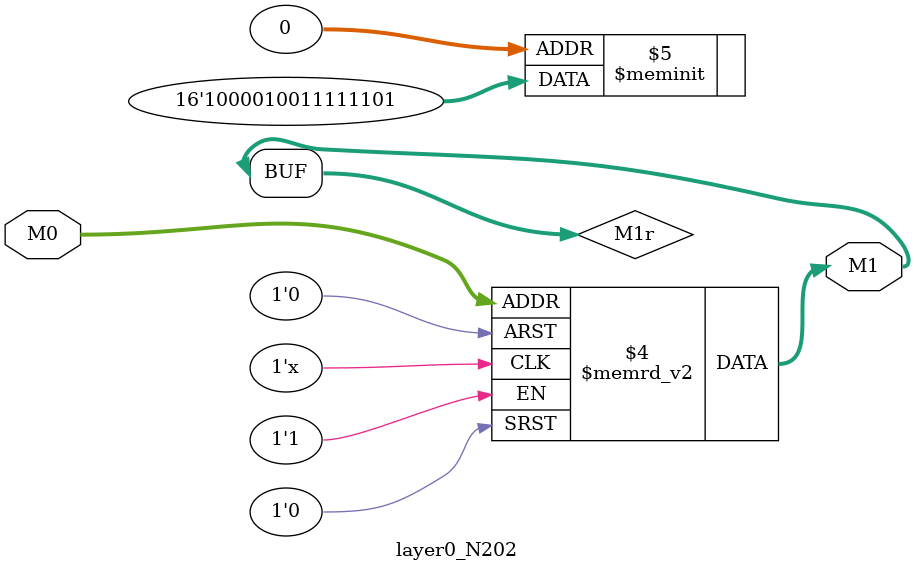
<source format=v>
module layer0_N202 ( input [2:0] M0, output [1:0] M1 );

	(*rom_style = "distributed" *) reg [1:0] M1r;
	assign M1 = M1r;
	always @ (M0) begin
		case (M0)
			3'b000: M1r = 2'b01;
			3'b100: M1r = 2'b00;
			3'b010: M1r = 2'b11;
			3'b110: M1r = 2'b00;
			3'b001: M1r = 2'b11;
			3'b101: M1r = 2'b01;
			3'b011: M1r = 2'b11;
			3'b111: M1r = 2'b10;

		endcase
	end
endmodule

</source>
